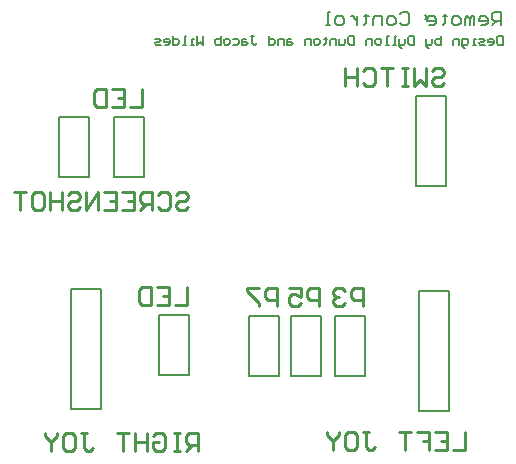
<source format=gbo>
G04 Layer_Color=32896*
%FSLAX25Y25*%
%MOIN*%
G70*
G01*
G75*
%ADD10C,0.01000*%
%ADD17C,0.00787*%
%ADD25C,0.00600*%
D10*
X315001Y252998D02*
X316001Y253998D01*
X318000D01*
X319000Y252998D01*
Y251999D01*
X318000Y250999D01*
X316001D01*
X315001Y249999D01*
Y249000D01*
X316001Y248000D01*
X318000D01*
X319000Y249000D01*
X309003Y252998D02*
X310003Y253998D01*
X312002D01*
X313002Y252998D01*
Y249000D01*
X312002Y248000D01*
X310003D01*
X309003Y249000D01*
X307004Y248000D02*
Y253998D01*
X304005D01*
X303005Y252998D01*
Y250999D01*
X304005Y249999D01*
X307004D01*
X305005D02*
X303005Y248000D01*
X297007Y253998D02*
X301006D01*
Y248000D01*
X297007D01*
X301006Y250999D02*
X299007D01*
X291009Y253998D02*
X295008D01*
Y248000D01*
X291009D01*
X295008Y250999D02*
X293008D01*
X289010Y248000D02*
Y253998D01*
X285011Y248000D01*
Y253998D01*
X279013Y252998D02*
X280013Y253998D01*
X282012D01*
X283012Y252998D01*
Y251999D01*
X282012Y250999D01*
X280013D01*
X279013Y249999D01*
Y249000D01*
X280013Y248000D01*
X282012D01*
X283012Y249000D01*
X277014Y253998D02*
Y248000D01*
Y250999D01*
X273015D01*
Y253998D01*
Y248000D01*
X268017Y253998D02*
X270016D01*
X271016Y252998D01*
Y249000D01*
X270016Y248000D01*
X268017D01*
X267017Y249000D01*
Y252998D01*
X268017Y253998D01*
X265018D02*
X261019D01*
X263018D01*
Y248000D01*
X322500Y167500D02*
Y173498D01*
X319501D01*
X318501Y172498D01*
Y170499D01*
X319501Y169499D01*
X322500D01*
X320501D02*
X318501Y167500D01*
X316502Y173498D02*
X314503D01*
X315502D01*
Y167500D01*
X316502D01*
X314503D01*
X307505Y172498D02*
X308505Y173498D01*
X310504D01*
X311504Y172498D01*
Y168500D01*
X310504Y167500D01*
X308505D01*
X307505Y168500D01*
Y170499D01*
X309504D01*
X305505Y173498D02*
Y167500D01*
Y170499D01*
X301507D01*
Y173498D01*
Y167500D01*
X299507Y173498D02*
X295509D01*
X297508D01*
Y167500D01*
X283513Y173498D02*
X285512D01*
X284512D01*
Y168500D01*
X285512Y167500D01*
X286512D01*
X287511Y168500D01*
X278514Y173498D02*
X280514D01*
X281513Y172498D01*
Y168500D01*
X280514Y167500D01*
X278514D01*
X277515Y168500D01*
Y172498D01*
X278514Y173498D01*
X275515D02*
Y172498D01*
X273516Y170499D01*
X271516Y172498D01*
Y173498D01*
X273516Y170499D02*
Y167500D01*
X411500Y173998D02*
Y168000D01*
X407501D01*
X401503Y173998D02*
X405502D01*
Y168000D01*
X401503D01*
X405502Y170999D02*
X403503D01*
X395505Y173998D02*
X399504D01*
Y170999D01*
X397504D01*
X399504D01*
Y168000D01*
X393506Y173998D02*
X389507D01*
X391507D01*
Y168000D01*
X377511Y173998D02*
X379510D01*
X378511D01*
Y169000D01*
X379510Y168000D01*
X380510D01*
X381510Y169000D01*
X372513Y173998D02*
X374512D01*
X375512Y172998D01*
Y169000D01*
X374512Y168000D01*
X372513D01*
X371513Y169000D01*
Y172998D01*
X372513Y173998D01*
X369514D02*
Y172998D01*
X367514Y170999D01*
X365515Y172998D01*
Y173998D01*
X367514Y170999D02*
Y168000D01*
X377400Y215900D02*
Y221898D01*
X374401D01*
X373401Y220898D01*
Y218899D01*
X374401Y217899D01*
X377400D01*
X371402Y220898D02*
X370402Y221898D01*
X368403D01*
X367403Y220898D01*
Y219899D01*
X368403Y218899D01*
X369403D01*
X368403D01*
X367403Y217899D01*
Y216900D01*
X368403Y215900D01*
X370402D01*
X371402Y216900D01*
X400401Y294398D02*
X401401Y295398D01*
X403400D01*
X404400Y294398D01*
Y293399D01*
X403400Y292399D01*
X401401D01*
X400401Y291399D01*
Y290400D01*
X401401Y289400D01*
X403400D01*
X404400Y290400D01*
X398402Y295398D02*
Y289400D01*
X396403Y291399D01*
X394403Y289400D01*
Y295398D01*
X392404D02*
X390405D01*
X391404D01*
Y289400D01*
X392404D01*
X390405D01*
X387405Y295398D02*
X383407D01*
X385406D01*
Y289400D01*
X377409Y294398D02*
X378408Y295398D01*
X380408D01*
X381407Y294398D01*
Y290400D01*
X380408Y289400D01*
X378408D01*
X377409Y290400D01*
X375409Y295398D02*
Y289400D01*
Y292399D01*
X371411D01*
Y295398D01*
Y289400D01*
X362900Y215900D02*
Y221898D01*
X359901D01*
X358901Y220898D01*
Y218899D01*
X359901Y217899D01*
X362900D01*
X352903Y221898D02*
X356902D01*
Y218899D01*
X354903Y219899D01*
X353903D01*
X352903Y218899D01*
Y216900D01*
X353903Y215900D01*
X355902D01*
X356902Y216900D01*
X348900Y215900D02*
Y221898D01*
X345901D01*
X344901Y220898D01*
Y218899D01*
X345901Y217899D01*
X348900D01*
X342902Y221898D02*
X338903D01*
Y220898D01*
X342902Y216900D01*
Y215900D01*
X303900Y288398D02*
Y282400D01*
X299901D01*
X293903Y288398D02*
X297902D01*
Y282400D01*
X293903D01*
X297902Y285399D02*
X295903D01*
X291904Y288398D02*
Y282400D01*
X288905D01*
X287905Y283400D01*
Y287398D01*
X288905Y288398D01*
X291904D01*
X318900Y222398D02*
Y216400D01*
X314901D01*
X308903Y222398D02*
X312902D01*
Y216400D01*
X308903D01*
X312902Y219399D02*
X310903D01*
X306904Y222398D02*
Y216400D01*
X303905D01*
X302905Y217400D01*
Y221398D01*
X303905Y222398D01*
X306904D01*
D17*
X276000Y279000D02*
X286000D01*
X276000Y259000D02*
Y279000D01*
Y259000D02*
X286000D01*
Y279000D01*
X280000Y181500D02*
X290000D01*
Y221500D01*
X280000Y181500D02*
Y221500D01*
X290000D01*
X396000Y181000D02*
X406000D01*
Y221000D01*
X396000Y181000D02*
Y221000D01*
X406000D01*
X368000Y192500D02*
X378000D01*
Y212500D01*
X368000D02*
X378000D01*
X368000Y192500D02*
Y212500D01*
X395000Y256000D02*
Y286000D01*
X405000D01*
Y256000D02*
Y286000D01*
X395000Y256000D02*
X405000D01*
X353500Y212500D02*
X363500D01*
X353500Y192500D02*
Y212500D01*
Y192500D02*
X363500D01*
Y212500D01*
X339500D02*
X349500D01*
X339500Y192500D02*
Y212500D01*
Y192500D02*
X349500D01*
Y212500D01*
X294500Y259000D02*
X304500D01*
Y279000D01*
X294500D02*
X304500D01*
X294500Y259000D02*
Y279000D01*
X309500Y213000D02*
X319500D01*
X309500Y193000D02*
Y213000D01*
Y193000D02*
X319500D01*
Y213000D01*
D25*
X424000Y305999D02*
Y303000D01*
X422501D01*
X422001Y303500D01*
Y305499D01*
X422501Y305999D01*
X424000D01*
X419501Y303000D02*
X420501D01*
X421001Y303500D01*
Y304500D01*
X420501Y304999D01*
X419501D01*
X419002Y304500D01*
Y304000D01*
X421001D01*
X418002Y303000D02*
X416502D01*
X416003Y303500D01*
X416502Y304000D01*
X417502D01*
X418002Y304500D01*
X417502Y304999D01*
X416003D01*
X415003Y303000D02*
X414003D01*
X414503D01*
Y304999D01*
X415003D01*
X411504Y302000D02*
X411004D01*
X410504Y302500D01*
Y304999D01*
X412004D01*
X412504Y304500D01*
Y303500D01*
X412004Y303000D01*
X410504D01*
X409505D02*
Y304999D01*
X408005D01*
X407505Y304500D01*
Y303000D01*
X403507Y305999D02*
Y303000D01*
X402007D01*
X401507Y303500D01*
Y304000D01*
Y304500D01*
X402007Y304999D01*
X403507D01*
X400508D02*
Y303500D01*
X400008Y303000D01*
X398508D01*
Y302500D01*
X399008Y302000D01*
X399508D01*
X398508Y303000D02*
Y304999D01*
X394510Y305999D02*
Y303000D01*
X393010D01*
X392510Y303500D01*
Y305499D01*
X393010Y305999D01*
X394510D01*
X391511Y304999D02*
Y303500D01*
X391011Y303000D01*
X389511D01*
Y302500D01*
X390011Y302000D01*
X390511D01*
X389511Y303000D02*
Y304999D01*
X388511Y303000D02*
X387512D01*
X388012D01*
Y305999D01*
X388511D01*
X386012Y303000D02*
X385013D01*
X385512D01*
Y305999D01*
X386012D01*
X383013Y303000D02*
X382014D01*
X381514Y303500D01*
Y304500D01*
X382014Y304999D01*
X383013D01*
X383513Y304500D01*
Y303500D01*
X383013Y303000D01*
X380514D02*
Y304999D01*
X379015D01*
X378515Y304500D01*
Y303000D01*
X374516Y305999D02*
Y303000D01*
X373017D01*
X372517Y303500D01*
Y305499D01*
X373017Y305999D01*
X374516D01*
X371517Y304999D02*
Y303500D01*
X371017Y303000D01*
X369518D01*
Y304999D01*
X368518Y303000D02*
Y304999D01*
X367018D01*
X366519Y304500D01*
Y303000D01*
X365019Y305499D02*
Y304999D01*
X365519D01*
X364519D01*
X365019D01*
Y303500D01*
X364519Y303000D01*
X362520D02*
X361520D01*
X361020Y303500D01*
Y304500D01*
X361520Y304999D01*
X362520D01*
X363020Y304500D01*
Y303500D01*
X362520Y303000D01*
X360021D02*
Y304999D01*
X358521D01*
X358021Y304500D01*
Y303000D01*
X353523Y304999D02*
X352523D01*
X352023Y304500D01*
Y303000D01*
X353523D01*
X354023Y303500D01*
X353523Y304000D01*
X352023D01*
X351024Y303000D02*
Y304999D01*
X349524D01*
X349024Y304500D01*
Y303000D01*
X346025Y305999D02*
Y303000D01*
X347525D01*
X348025Y303500D01*
Y304500D01*
X347525Y304999D01*
X346025D01*
X340027Y305999D02*
X341027D01*
X340527D01*
Y303500D01*
X341027Y303000D01*
X341527D01*
X342026Y303500D01*
X338528Y304999D02*
X337528D01*
X337028Y304500D01*
Y303000D01*
X338528D01*
X339028Y303500D01*
X338528Y304000D01*
X337028D01*
X334029Y304999D02*
X335529D01*
X336029Y304500D01*
Y303500D01*
X335529Y303000D01*
X334029D01*
X332530D02*
X331530D01*
X331030Y303500D01*
Y304500D01*
X331530Y304999D01*
X332530D01*
X333029Y304500D01*
Y303500D01*
X332530Y303000D01*
X330030Y305999D02*
Y303000D01*
X328531D01*
X328031Y303500D01*
Y304000D01*
Y304500D01*
X328531Y304999D01*
X330030D01*
X324032Y305999D02*
Y303000D01*
X323033Y304000D01*
X322033Y303000D01*
Y305999D01*
X321033Y303000D02*
X320034D01*
X320533D01*
Y304999D01*
X321033D01*
X318534Y303000D02*
X317534D01*
X318034D01*
Y305999D01*
X318534D01*
X314036D02*
Y303000D01*
X315535D01*
X316035Y303500D01*
Y304500D01*
X315535Y304999D01*
X314036D01*
X311536Y303000D02*
X312536D01*
X313036Y303500D01*
Y304500D01*
X312536Y304999D01*
X311536D01*
X311036Y304500D01*
Y304000D01*
X313036D01*
X310037Y303000D02*
X308537D01*
X308037Y303500D01*
X308537Y304000D01*
X309537D01*
X310037Y304500D01*
X309537Y304999D01*
X308037D01*
X423500Y309500D02*
Y313999D01*
X421251D01*
X420501Y313249D01*
Y311749D01*
X421251Y310999D01*
X423500D01*
X422001D02*
X420501Y309500D01*
X416752D02*
X418252D01*
X419001Y310250D01*
Y311749D01*
X418252Y312499D01*
X416752D01*
X416002Y311749D01*
Y310999D01*
X419001D01*
X414503Y309500D02*
Y312499D01*
X413753D01*
X413003Y311749D01*
Y309500D01*
Y311749D01*
X412254Y312499D01*
X411504Y311749D01*
Y309500D01*
X409255D02*
X407755D01*
X407005Y310250D01*
Y311749D01*
X407755Y312499D01*
X409255D01*
X410004Y311749D01*
Y310250D01*
X409255Y309500D01*
X404756Y313249D02*
Y312499D01*
X405506D01*
X404006D01*
X404756D01*
Y310250D01*
X404006Y309500D01*
X399508D02*
X401007D01*
X401757Y310250D01*
Y311749D01*
X401007Y312499D01*
X399508D01*
X398758Y311749D01*
Y310999D01*
X401757D01*
X389761Y313249D02*
X390511Y313999D01*
X392010D01*
X392760Y313249D01*
Y310250D01*
X392010Y309500D01*
X390511D01*
X389761Y310250D01*
X387512Y309500D02*
X386012D01*
X385262Y310250D01*
Y311749D01*
X386012Y312499D01*
X387512D01*
X388261Y311749D01*
Y310250D01*
X387512Y309500D01*
X383763D02*
Y312499D01*
X381514D01*
X380764Y311749D01*
Y309500D01*
X378515Y313249D02*
Y312499D01*
X379264D01*
X377765D01*
X378515D01*
Y310250D01*
X377765Y309500D01*
X375516Y312499D02*
Y309500D01*
Y310999D01*
X374766Y311749D01*
X374016Y312499D01*
X373266D01*
X370267Y309500D02*
X368768D01*
X368018Y310250D01*
Y311749D01*
X368768Y312499D01*
X370267D01*
X371017Y311749D01*
Y310250D01*
X370267Y309500D01*
X366518D02*
X365019D01*
X365769D01*
Y313999D01*
X366518D01*
X398000Y311500D02*
X398533D01*
X398267D01*
Y313100D01*
X398000Y312833D01*
M02*

</source>
